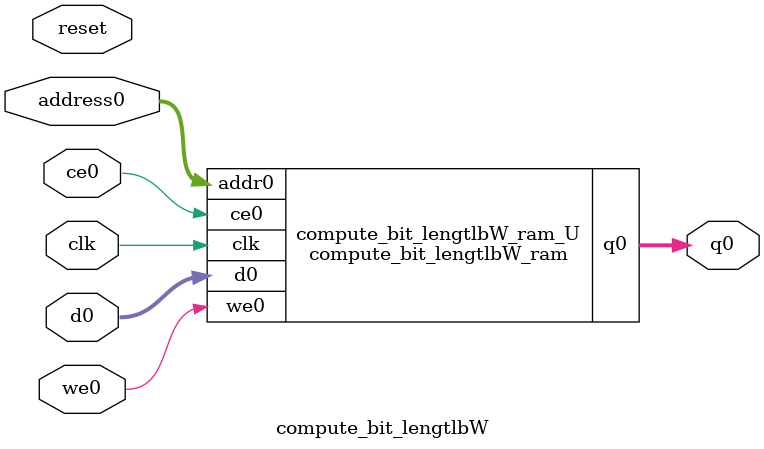
<source format=v>
`timescale 1 ns / 1 ps
module compute_bit_lengtlbW_ram (addr0, ce0, d0, we0, q0,  clk);

parameter DWIDTH = 9;
parameter AWIDTH = 6;
parameter MEM_SIZE = 64;

input[AWIDTH-1:0] addr0;
input ce0;
input[DWIDTH-1:0] d0;
input we0;
output reg[DWIDTH-1:0] q0;
input clk;

(* ram_style = "distributed" *)reg [DWIDTH-1:0] ram[0:MEM_SIZE-1];




always @(posedge clk)  
begin 
    if (ce0) begin
        if (we0) 
            ram[addr0] <= d0; 
        q0 <= ram[addr0];
    end
end


endmodule

`timescale 1 ns / 1 ps
module compute_bit_lengtlbW(
    reset,
    clk,
    address0,
    ce0,
    we0,
    d0,
    q0);

parameter DataWidth = 32'd9;
parameter AddressRange = 32'd64;
parameter AddressWidth = 32'd6;
input reset;
input clk;
input[AddressWidth - 1:0] address0;
input ce0;
input we0;
input[DataWidth - 1:0] d0;
output[DataWidth - 1:0] q0;



compute_bit_lengtlbW_ram compute_bit_lengtlbW_ram_U(
    .clk( clk ),
    .addr0( address0 ),
    .ce0( ce0 ),
    .we0( we0 ),
    .d0( d0 ),
    .q0( q0 ));

endmodule


</source>
